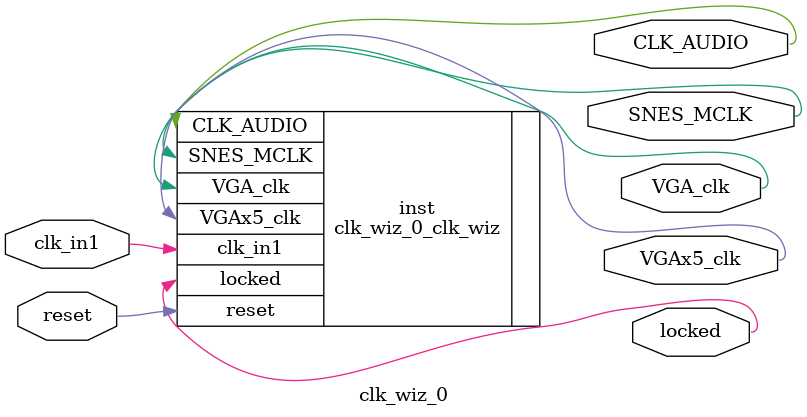
<source format=v>


`timescale 1ps/1ps

(* CORE_GENERATION_INFO = "clk_wiz_0,clk_wiz_v6_0_11_0_0,{component_name=clk_wiz_0,use_phase_alignment=true,use_min_o_jitter=false,use_max_i_jitter=false,use_dyn_phase_shift=false,use_inclk_switchover=false,use_dyn_reconfig=false,enable_axi=0,feedback_source=FDBK_AUTO,PRIMITIVE=MMCM,num_out_clk=4,clkin1_period=10.000,clkin2_period=10.000,use_power_down=false,use_reset=true,use_locked=true,use_inclk_stopped=false,feedback_type=SINGLE,CLOCK_MGR_TYPE=NA,manual_override=false}" *)

module clk_wiz_0 
 (
  // Clock out ports
  output        SNES_MCLK,
  output        VGA_clk,
  output        VGAx5_clk,
  output        CLK_AUDIO,
  // Status and control signals
  input         reset,
  output        locked,
 // Clock in ports
  input         clk_in1
 );

  clk_wiz_0_clk_wiz inst
  (
  // Clock out ports  
  .SNES_MCLK(SNES_MCLK),
  .VGA_clk(VGA_clk),
  .VGAx5_clk(VGAx5_clk),
  .CLK_AUDIO(CLK_AUDIO),
  // Status and control signals               
  .reset(reset), 
  .locked(locked),
 // Clock in ports
  .clk_in1(clk_in1)
  );

endmodule

</source>
